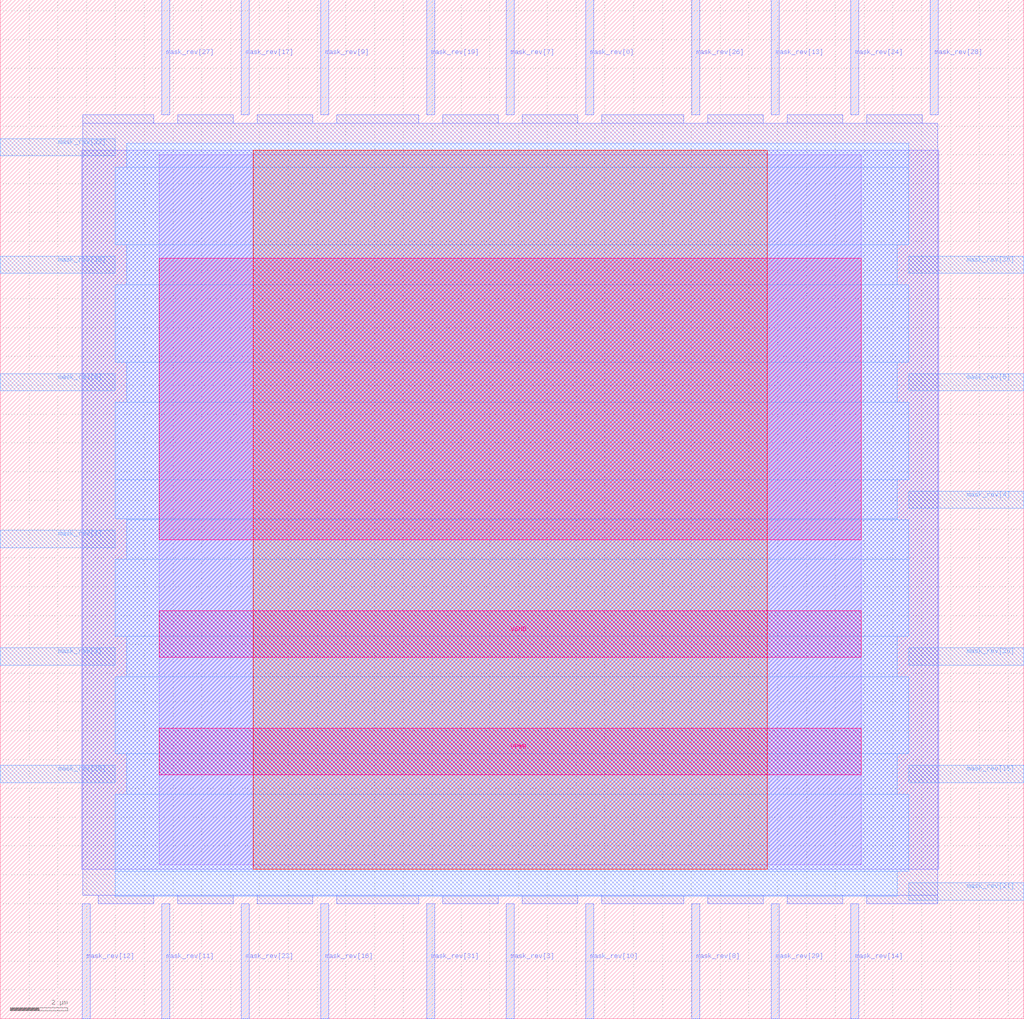
<source format=lef>
VERSION 5.7 ;
  NOWIREEXTENSIONATPIN ON ;
  DIVIDERCHAR "/" ;
  BUSBITCHARS "[]" ;
MACRO user_id_programming
  CLASS BLOCK ;
  FOREIGN user_id_programming ;
  ORIGIN 0.000 0.000 ;
  SIZE 35.545 BY 35.385 ;
  PIN mask_rev[0]
    DIRECTION OUTPUT TRISTATE ;
    PORT
      LAYER met2 ;
        RECT 20.330 31.385 20.610 35.385 ;
    END
  END mask_rev[0]
  PIN mask_rev[10]
    DIRECTION OUTPUT TRISTATE ;
    PORT
      LAYER met2 ;
        RECT 20.330 0.000 20.610 4.000 ;
    END
  END mask_rev[10]
  PIN mask_rev[11]
    DIRECTION OUTPUT TRISTATE ;
    PORT
      LAYER met2 ;
        RECT 5.610 0.000 5.890 4.000 ;
    END
  END mask_rev[11]
  PIN mask_rev[12]
    DIRECTION OUTPUT TRISTATE ;
    PORT
      LAYER met2 ;
        RECT 2.850 0.000 3.130 4.000 ;
    END
  END mask_rev[12]
  PIN mask_rev[13]
    DIRECTION OUTPUT TRISTATE ;
    PORT
      LAYER met2 ;
        RECT 26.770 31.385 27.050 35.385 ;
    END
  END mask_rev[13]
  PIN mask_rev[14]
    DIRECTION OUTPUT TRISTATE ;
    PORT
      LAYER met2 ;
        RECT 29.530 0.000 29.810 4.000 ;
    END
  END mask_rev[14]
  PIN mask_rev[15]
    DIRECTION OUTPUT TRISTATE ;
    PORT
      LAYER met3 ;
        RECT 31.545 8.200 35.545 8.800 ;
    END
  END mask_rev[15]
  PIN mask_rev[16]
    DIRECTION OUTPUT TRISTATE ;
    PORT
      LAYER met2 ;
        RECT 11.130 0.000 11.410 4.000 ;
    END
  END mask_rev[16]
  PIN mask_rev[17]
    DIRECTION OUTPUT TRISTATE ;
    PORT
      LAYER met2 ;
        RECT 8.370 31.385 8.650 35.385 ;
    END
  END mask_rev[17]
  PIN mask_rev[18]
    DIRECTION OUTPUT TRISTATE ;
    PORT
      LAYER met3 ;
        RECT 0.000 25.880 4.000 26.480 ;
    END
  END mask_rev[18]
  PIN mask_rev[19]
    DIRECTION OUTPUT TRISTATE ;
    PORT
      LAYER met2 ;
        RECT 14.810 31.385 15.090 35.385 ;
    END
  END mask_rev[19]
  PIN mask_rev[1]
    DIRECTION OUTPUT TRISTATE ;
    PORT
      LAYER met3 ;
        RECT 0.000 16.360 4.000 16.960 ;
    END
  END mask_rev[1]
  PIN mask_rev[20]
    DIRECTION OUTPUT TRISTATE ;
    PORT
      LAYER met3 ;
        RECT 31.545 12.280 35.545 12.880 ;
    END
  END mask_rev[20]
  PIN mask_rev[21]
    DIRECTION OUTPUT TRISTATE ;
    PORT
      LAYER met3 ;
        RECT 31.545 4.120 35.545 4.720 ;
    END
  END mask_rev[21]
  PIN mask_rev[22]
    DIRECTION OUTPUT TRISTATE ;
    PORT
      LAYER met3 ;
        RECT 0.000 29.960 4.000 30.560 ;
    END
  END mask_rev[22]
  PIN mask_rev[23]
    DIRECTION OUTPUT TRISTATE ;
    PORT
      LAYER met2 ;
        RECT 8.370 0.000 8.650 4.000 ;
    END
  END mask_rev[23]
  PIN mask_rev[24]
    DIRECTION OUTPUT TRISTATE ;
    PORT
      LAYER met2 ;
        RECT 29.530 31.385 29.810 35.385 ;
    END
  END mask_rev[24]
  PIN mask_rev[25]
    DIRECTION OUTPUT TRISTATE ;
    PORT
      LAYER met3 ;
        RECT 0.000 8.200 4.000 8.800 ;
    END
  END mask_rev[25]
  PIN mask_rev[26]
    DIRECTION OUTPUT TRISTATE ;
    PORT
      LAYER met2 ;
        RECT 24.010 31.385 24.290 35.385 ;
    END
  END mask_rev[26]
  PIN mask_rev[27]
    DIRECTION OUTPUT TRISTATE ;
    PORT
      LAYER met2 ;
        RECT 5.610 31.385 5.890 35.385 ;
    END
  END mask_rev[27]
  PIN mask_rev[28]
    DIRECTION OUTPUT TRISTATE ;
    PORT
      LAYER met2 ;
        RECT 32.290 31.385 32.570 35.385 ;
    END
  END mask_rev[28]
  PIN mask_rev[29]
    DIRECTION OUTPUT TRISTATE ;
    PORT
      LAYER met2 ;
        RECT 26.770 0.000 27.050 4.000 ;
    END
  END mask_rev[29]
  PIN mask_rev[2]
    DIRECTION OUTPUT TRISTATE ;
    PORT
      LAYER met3 ;
        RECT 0.000 12.280 4.000 12.880 ;
    END
  END mask_rev[2]
  PIN mask_rev[30]
    DIRECTION OUTPUT TRISTATE ;
    PORT
      LAYER met3 ;
        RECT 31.545 25.880 35.545 26.480 ;
    END
  END mask_rev[30]
  PIN mask_rev[31]
    DIRECTION OUTPUT TRISTATE ;
    PORT
      LAYER met2 ;
        RECT 14.810 0.000 15.090 4.000 ;
    END
  END mask_rev[31]
  PIN mask_rev[3]
    DIRECTION OUTPUT TRISTATE ;
    PORT
      LAYER met2 ;
        RECT 17.570 0.000 17.850 4.000 ;
    END
  END mask_rev[3]
  PIN mask_rev[4]
    DIRECTION OUTPUT TRISTATE ;
    PORT
      LAYER met3 ;
        RECT 31.545 17.720 35.545 18.320 ;
    END
  END mask_rev[4]
  PIN mask_rev[5]
    DIRECTION OUTPUT TRISTATE ;
    PORT
      LAYER met3 ;
        RECT 31.545 21.800 35.545 22.400 ;
    END
  END mask_rev[5]
  PIN mask_rev[6]
    DIRECTION OUTPUT TRISTATE ;
    PORT
      LAYER met3 ;
        RECT 0.000 21.800 4.000 22.400 ;
    END
  END mask_rev[6]
  PIN mask_rev[7]
    DIRECTION OUTPUT TRISTATE ;
    PORT
      LAYER met2 ;
        RECT 17.570 31.385 17.850 35.385 ;
    END
  END mask_rev[7]
  PIN mask_rev[8]
    DIRECTION OUTPUT TRISTATE ;
    PORT
      LAYER met2 ;
        RECT 24.010 0.000 24.290 4.000 ;
    END
  END mask_rev[8]
  PIN mask_rev[9]
    DIRECTION OUTPUT TRISTATE ;
    PORT
      LAYER met2 ;
        RECT 11.130 31.385 11.410 35.385 ;
    END
  END mask_rev[9]
  PIN VPWR
    DIRECTION INPUT ;
    USE POWER ;
    PORT
      LAYER met5 ;
        RECT 5.520 8.480 29.900 10.080 ;
    END
  END VPWR
  PIN VGND
    DIRECTION INPUT ;
    USE GROUND ;
    PORT
      LAYER met5 ;
        RECT 5.520 12.560 29.900 14.160 ;
    END
  END VGND
  OBS
      LAYER li1 ;
        RECT 5.520 5.355 29.900 30.005 ;
      LAYER met1 ;
        RECT 2.830 5.200 32.590 30.160 ;
      LAYER met2 ;
        RECT 2.860 31.105 5.330 31.385 ;
        RECT 6.170 31.105 8.090 31.385 ;
        RECT 8.930 31.105 10.850 31.385 ;
        RECT 11.690 31.105 14.530 31.385 ;
        RECT 15.370 31.105 17.290 31.385 ;
        RECT 18.130 31.105 20.050 31.385 ;
        RECT 20.890 31.105 23.730 31.385 ;
        RECT 24.570 31.105 26.490 31.385 ;
        RECT 27.330 31.105 29.250 31.385 ;
        RECT 30.090 31.105 32.010 31.385 ;
        RECT 2.860 4.280 32.560 31.105 ;
        RECT 3.410 4.000 5.330 4.280 ;
        RECT 6.170 4.000 8.090 4.280 ;
        RECT 8.930 4.000 10.850 4.280 ;
        RECT 11.690 4.000 14.530 4.280 ;
        RECT 15.370 4.000 17.290 4.280 ;
        RECT 18.130 4.000 20.050 4.280 ;
        RECT 20.890 4.000 23.730 4.280 ;
        RECT 24.570 4.000 26.490 4.280 ;
        RECT 27.330 4.000 29.250 4.280 ;
        RECT 30.090 4.000 32.560 4.280 ;
      LAYER met3 ;
        RECT 4.400 29.560 31.545 30.410 ;
        RECT 4.000 26.880 31.545 29.560 ;
        RECT 4.400 25.480 31.145 26.880 ;
        RECT 4.000 22.800 31.545 25.480 ;
        RECT 4.400 21.400 31.145 22.800 ;
        RECT 4.000 18.720 31.545 21.400 ;
        RECT 4.000 17.360 31.145 18.720 ;
        RECT 4.400 17.320 31.145 17.360 ;
        RECT 4.400 15.960 31.545 17.320 ;
        RECT 4.000 13.280 31.545 15.960 ;
        RECT 4.400 11.880 31.145 13.280 ;
        RECT 4.000 9.200 31.545 11.880 ;
        RECT 4.400 7.800 31.145 9.200 ;
        RECT 4.000 5.120 31.545 7.800 ;
        RECT 4.000 4.255 31.145 5.120 ;
      LAYER met4 ;
        RECT 8.780 5.200 26.635 30.160 ;
      LAYER met5 ;
        RECT 5.520 16.640 29.900 26.400 ;
  END
END user_id_programming
END LIBRARY


</source>
